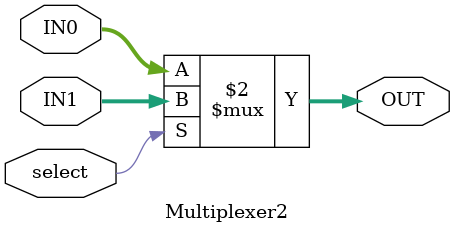
<source format=v>
`timescale 1ns / 1ps
module Multiplexer2(//MUX2 #(32)
	input select,
	input [31:0] IN0,
	input [31:0] IN1,
	
	output [31:0] OUT
    );

	assign OUT=(select==1)?IN1:IN0;


endmodule

</source>
